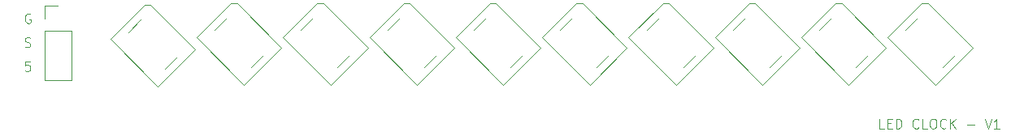
<source format=gbr>
%TF.GenerationSoftware,KiCad,Pcbnew,9.0.6*%
%TF.CreationDate,2025-12-31T15:00:17+05:30*%
%TF.ProjectId,venkat-pcb,76656e6b-6174-42d7-9063-622e6b696361,rev?*%
%TF.SameCoordinates,Original*%
%TF.FileFunction,Legend,Top*%
%TF.FilePolarity,Positive*%
%FSLAX46Y46*%
G04 Gerber Fmt 4.6, Leading zero omitted, Abs format (unit mm)*
G04 Created by KiCad (PCBNEW 9.0.6) date 2025-12-31 15:00:17*
%MOMM*%
%LPD*%
G01*
G04 APERTURE LIST*
%ADD10C,0.100000*%
%ADD11C,0.120000*%
G04 APERTURE END LIST*
D10*
X178780074Y-106372419D02*
X178303884Y-106372419D01*
X178303884Y-106372419D02*
X178303884Y-105372419D01*
X179113408Y-105848609D02*
X179446741Y-105848609D01*
X179589598Y-106372419D02*
X179113408Y-106372419D01*
X179113408Y-106372419D02*
X179113408Y-105372419D01*
X179113408Y-105372419D02*
X179589598Y-105372419D01*
X180018170Y-106372419D02*
X180018170Y-105372419D01*
X180018170Y-105372419D02*
X180256265Y-105372419D01*
X180256265Y-105372419D02*
X180399122Y-105420038D01*
X180399122Y-105420038D02*
X180494360Y-105515276D01*
X180494360Y-105515276D02*
X180541979Y-105610514D01*
X180541979Y-105610514D02*
X180589598Y-105800990D01*
X180589598Y-105800990D02*
X180589598Y-105943847D01*
X180589598Y-105943847D02*
X180541979Y-106134323D01*
X180541979Y-106134323D02*
X180494360Y-106229561D01*
X180494360Y-106229561D02*
X180399122Y-106324800D01*
X180399122Y-106324800D02*
X180256265Y-106372419D01*
X180256265Y-106372419D02*
X180018170Y-106372419D01*
X182351503Y-106277180D02*
X182303884Y-106324800D01*
X182303884Y-106324800D02*
X182161027Y-106372419D01*
X182161027Y-106372419D02*
X182065789Y-106372419D01*
X182065789Y-106372419D02*
X181922932Y-106324800D01*
X181922932Y-106324800D02*
X181827694Y-106229561D01*
X181827694Y-106229561D02*
X181780075Y-106134323D01*
X181780075Y-106134323D02*
X181732456Y-105943847D01*
X181732456Y-105943847D02*
X181732456Y-105800990D01*
X181732456Y-105800990D02*
X181780075Y-105610514D01*
X181780075Y-105610514D02*
X181827694Y-105515276D01*
X181827694Y-105515276D02*
X181922932Y-105420038D01*
X181922932Y-105420038D02*
X182065789Y-105372419D01*
X182065789Y-105372419D02*
X182161027Y-105372419D01*
X182161027Y-105372419D02*
X182303884Y-105420038D01*
X182303884Y-105420038D02*
X182351503Y-105467657D01*
X183256265Y-106372419D02*
X182780075Y-106372419D01*
X182780075Y-106372419D02*
X182780075Y-105372419D01*
X183780075Y-105372419D02*
X183970551Y-105372419D01*
X183970551Y-105372419D02*
X184065789Y-105420038D01*
X184065789Y-105420038D02*
X184161027Y-105515276D01*
X184161027Y-105515276D02*
X184208646Y-105705752D01*
X184208646Y-105705752D02*
X184208646Y-106039085D01*
X184208646Y-106039085D02*
X184161027Y-106229561D01*
X184161027Y-106229561D02*
X184065789Y-106324800D01*
X184065789Y-106324800D02*
X183970551Y-106372419D01*
X183970551Y-106372419D02*
X183780075Y-106372419D01*
X183780075Y-106372419D02*
X183684837Y-106324800D01*
X183684837Y-106324800D02*
X183589599Y-106229561D01*
X183589599Y-106229561D02*
X183541980Y-106039085D01*
X183541980Y-106039085D02*
X183541980Y-105705752D01*
X183541980Y-105705752D02*
X183589599Y-105515276D01*
X183589599Y-105515276D02*
X183684837Y-105420038D01*
X183684837Y-105420038D02*
X183780075Y-105372419D01*
X185208646Y-106277180D02*
X185161027Y-106324800D01*
X185161027Y-106324800D02*
X185018170Y-106372419D01*
X185018170Y-106372419D02*
X184922932Y-106372419D01*
X184922932Y-106372419D02*
X184780075Y-106324800D01*
X184780075Y-106324800D02*
X184684837Y-106229561D01*
X184684837Y-106229561D02*
X184637218Y-106134323D01*
X184637218Y-106134323D02*
X184589599Y-105943847D01*
X184589599Y-105943847D02*
X184589599Y-105800990D01*
X184589599Y-105800990D02*
X184637218Y-105610514D01*
X184637218Y-105610514D02*
X184684837Y-105515276D01*
X184684837Y-105515276D02*
X184780075Y-105420038D01*
X184780075Y-105420038D02*
X184922932Y-105372419D01*
X184922932Y-105372419D02*
X185018170Y-105372419D01*
X185018170Y-105372419D02*
X185161027Y-105420038D01*
X185161027Y-105420038D02*
X185208646Y-105467657D01*
X185637218Y-106372419D02*
X185637218Y-105372419D01*
X186208646Y-106372419D02*
X185780075Y-105800990D01*
X186208646Y-105372419D02*
X185637218Y-105943847D01*
X187399123Y-105991466D02*
X188161028Y-105991466D01*
X189256266Y-105372419D02*
X189589599Y-106372419D01*
X189589599Y-106372419D02*
X189922932Y-105372419D01*
X190780075Y-106372419D02*
X190208647Y-106372419D01*
X190494361Y-106372419D02*
X190494361Y-105372419D01*
X190494361Y-105372419D02*
X190399123Y-105515276D01*
X190399123Y-105515276D02*
X190303885Y-105610514D01*
X190303885Y-105610514D02*
X190208647Y-105658133D01*
X89780074Y-99372419D02*
X89303884Y-99372419D01*
X89303884Y-99372419D02*
X89256265Y-99848609D01*
X89256265Y-99848609D02*
X89303884Y-99800990D01*
X89303884Y-99800990D02*
X89399122Y-99753371D01*
X89399122Y-99753371D02*
X89637217Y-99753371D01*
X89637217Y-99753371D02*
X89732455Y-99800990D01*
X89732455Y-99800990D02*
X89780074Y-99848609D01*
X89780074Y-99848609D02*
X89827693Y-99943847D01*
X89827693Y-99943847D02*
X89827693Y-100181942D01*
X89827693Y-100181942D02*
X89780074Y-100277180D01*
X89780074Y-100277180D02*
X89732455Y-100324800D01*
X89732455Y-100324800D02*
X89637217Y-100372419D01*
X89637217Y-100372419D02*
X89399122Y-100372419D01*
X89399122Y-100372419D02*
X89303884Y-100324800D01*
X89303884Y-100324800D02*
X89256265Y-100277180D01*
X89827693Y-94420038D02*
X89732455Y-94372419D01*
X89732455Y-94372419D02*
X89589598Y-94372419D01*
X89589598Y-94372419D02*
X89446741Y-94420038D01*
X89446741Y-94420038D02*
X89351503Y-94515276D01*
X89351503Y-94515276D02*
X89303884Y-94610514D01*
X89303884Y-94610514D02*
X89256265Y-94800990D01*
X89256265Y-94800990D02*
X89256265Y-94943847D01*
X89256265Y-94943847D02*
X89303884Y-95134323D01*
X89303884Y-95134323D02*
X89351503Y-95229561D01*
X89351503Y-95229561D02*
X89446741Y-95324800D01*
X89446741Y-95324800D02*
X89589598Y-95372419D01*
X89589598Y-95372419D02*
X89684836Y-95372419D01*
X89684836Y-95372419D02*
X89827693Y-95324800D01*
X89827693Y-95324800D02*
X89875312Y-95277180D01*
X89875312Y-95277180D02*
X89875312Y-94943847D01*
X89875312Y-94943847D02*
X89684836Y-94943847D01*
X89256265Y-97824800D02*
X89399122Y-97872419D01*
X89399122Y-97872419D02*
X89637217Y-97872419D01*
X89637217Y-97872419D02*
X89732455Y-97824800D01*
X89732455Y-97824800D02*
X89780074Y-97777180D01*
X89780074Y-97777180D02*
X89827693Y-97681942D01*
X89827693Y-97681942D02*
X89827693Y-97586704D01*
X89827693Y-97586704D02*
X89780074Y-97491466D01*
X89780074Y-97491466D02*
X89732455Y-97443847D01*
X89732455Y-97443847D02*
X89637217Y-97396228D01*
X89637217Y-97396228D02*
X89446741Y-97348609D01*
X89446741Y-97348609D02*
X89351503Y-97300990D01*
X89351503Y-97300990D02*
X89303884Y-97253371D01*
X89303884Y-97253371D02*
X89256265Y-97158133D01*
X89256265Y-97158133D02*
X89256265Y-97062895D01*
X89256265Y-97062895D02*
X89303884Y-96967657D01*
X89303884Y-96967657D02*
X89351503Y-96920038D01*
X89351503Y-96920038D02*
X89446741Y-96872419D01*
X89446741Y-96872419D02*
X89684836Y-96872419D01*
X89684836Y-96872419D02*
X89827693Y-96920038D01*
D11*
%TO.C,D10*%
X182292895Y-94853554D02*
X181020101Y-96126346D01*
X182717159Y-93297919D02*
X179146269Y-96868809D01*
X183353554Y-93297920D02*
X182717159Y-93297919D01*
X184096017Y-101818556D02*
X179146269Y-96868809D01*
X184096017Y-101818556D02*
X187985103Y-97929469D01*
X186111271Y-98671932D02*
X184838477Y-99944724D01*
X187985103Y-97929469D02*
X183353554Y-93297920D01*
%TO.C,D8*%
X164292895Y-94853554D02*
X163020101Y-96126346D01*
X164717159Y-93297919D02*
X161146269Y-96868809D01*
X165353554Y-93297920D02*
X164717159Y-93297919D01*
X166096017Y-101818556D02*
X161146269Y-96868809D01*
X166096017Y-101818556D02*
X169985103Y-97929469D01*
X168111271Y-98671932D02*
X166838477Y-99944724D01*
X169985103Y-97929469D02*
X165353554Y-93297920D01*
%TO.C,D1*%
X101292895Y-95024415D02*
X100020101Y-96297207D01*
X101717159Y-93468780D02*
X98146269Y-97039670D01*
X102353554Y-93468781D02*
X101717159Y-93468780D01*
X103096017Y-101989417D02*
X98146269Y-97039670D01*
X103096017Y-101989417D02*
X106985103Y-98100330D01*
X105111271Y-98842793D02*
X103838477Y-100115585D01*
X106985103Y-98100330D02*
X102353554Y-93468781D01*
%TO.C,D6*%
X146292895Y-94853554D02*
X145020101Y-96126346D01*
X146717159Y-93297919D02*
X143146269Y-96868809D01*
X147353554Y-93297920D02*
X146717159Y-93297919D01*
X148096017Y-101818556D02*
X143146269Y-96868809D01*
X148096017Y-101818556D02*
X151985103Y-97929469D01*
X150111271Y-98671932D02*
X148838477Y-99944724D01*
X151985103Y-97929469D02*
X147353554Y-93297920D01*
%TO.C,D4*%
X128292895Y-94853554D02*
X127020101Y-96126346D01*
X128717159Y-93297919D02*
X125146269Y-96868809D01*
X129353554Y-93297920D02*
X128717159Y-93297919D01*
X130096017Y-101818556D02*
X125146269Y-96868809D01*
X130096017Y-101818556D02*
X133985103Y-97929469D01*
X132111271Y-98671932D02*
X130838477Y-99944724D01*
X133985103Y-97929469D02*
X129353554Y-93297920D01*
%TO.C,D7*%
X155292895Y-94853554D02*
X154020101Y-96126346D01*
X155717159Y-93297919D02*
X152146269Y-96868809D01*
X156353554Y-93297920D02*
X155717159Y-93297919D01*
X157096017Y-101818556D02*
X152146269Y-96868809D01*
X157096017Y-101818556D02*
X160985103Y-97929469D01*
X159111271Y-98671932D02*
X157838477Y-99944724D01*
X160985103Y-97929469D02*
X156353554Y-93297920D01*
%TO.C,J1*%
X91320000Y-93530000D02*
X92700000Y-93530000D01*
X91320000Y-94910000D02*
X91320000Y-93530000D01*
X91320000Y-96180000D02*
X91320000Y-101370000D01*
X91320000Y-96180000D02*
X94080000Y-96180000D01*
X91320000Y-101370000D02*
X94080000Y-101370000D01*
X94080000Y-96180000D02*
X94080000Y-101370000D01*
%TO.C,D2*%
X110292895Y-94853554D02*
X109020101Y-96126346D01*
X110717159Y-93297919D02*
X107146269Y-96868809D01*
X111353554Y-93297920D02*
X110717159Y-93297919D01*
X112096017Y-101818556D02*
X107146269Y-96868809D01*
X112096017Y-101818556D02*
X115985103Y-97929469D01*
X114111271Y-98671932D02*
X112838477Y-99944724D01*
X115985103Y-97929469D02*
X111353554Y-93297920D01*
%TO.C,D9*%
X173292895Y-94853554D02*
X172020101Y-96126346D01*
X173717159Y-93297919D02*
X170146269Y-96868809D01*
X174353554Y-93297920D02*
X173717159Y-93297919D01*
X175096017Y-101818556D02*
X170146269Y-96868809D01*
X175096017Y-101818556D02*
X178985103Y-97929469D01*
X177111271Y-98671932D02*
X175838477Y-99944724D01*
X178985103Y-97929469D02*
X174353554Y-93297920D01*
%TO.C,D5*%
X137292895Y-94853554D02*
X136020101Y-96126346D01*
X137717159Y-93297919D02*
X134146269Y-96868809D01*
X138353554Y-93297920D02*
X137717159Y-93297919D01*
X139096017Y-101818556D02*
X134146269Y-96868809D01*
X139096017Y-101818556D02*
X142985103Y-97929469D01*
X141111271Y-98671932D02*
X139838477Y-99944724D01*
X142985103Y-97929469D02*
X138353554Y-93297920D01*
%TO.C,D3*%
X119292895Y-94853554D02*
X118020101Y-96126346D01*
X119717159Y-93297919D02*
X116146269Y-96868809D01*
X120353554Y-93297920D02*
X119717159Y-93297919D01*
X121096017Y-101818556D02*
X116146269Y-96868809D01*
X121096017Y-101818556D02*
X124985103Y-97929469D01*
X123111271Y-98671932D02*
X121838477Y-99944724D01*
X124985103Y-97929469D02*
X120353554Y-93297920D01*
%TD*%
M02*

</source>
